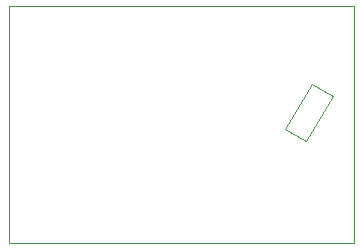
<source format=gbr>
G04 #@! TF.GenerationSoftware,KiCad,Pcbnew,(5.1.6)-1*
G04 #@! TF.CreationDate,2021-11-09T13:45:44-06:00*
G04 #@! TF.ProjectId,2u Hand Wire Helpers,32752048-616e-4642-9057-697265204865,rev?*
G04 #@! TF.SameCoordinates,Original*
G04 #@! TF.FileFunction,Profile,NP*
%FSLAX46Y46*%
G04 Gerber Fmt 4.6, Leading zero omitted, Abs format (unit mm)*
G04 Created by KiCad (PCBNEW (5.1.6)-1) date 2021-11-09 13:45:44*
%MOMM*%
%LPD*%
G01*
G04 APERTURE LIST*
G04 #@! TA.AperFunction,Profile*
%ADD10C,0.100000*%
G04 #@! TD*
G04 APERTURE END LIST*
D10*
X157988000Y-91694000D02*
X155702000Y-95504000D01*
X159766000Y-92710000D02*
X157988000Y-91694000D01*
X157480000Y-96520000D02*
X159766000Y-92710000D01*
X155702000Y-95504000D02*
X157480000Y-96520000D01*
X161544000Y-105156000D02*
X161544000Y-85090000D01*
X132334000Y-105156000D02*
X161544000Y-105156000D01*
X132334000Y-85090000D02*
X132334000Y-105156000D01*
X161544000Y-85090000D02*
X132334000Y-85090000D01*
M02*

</source>
